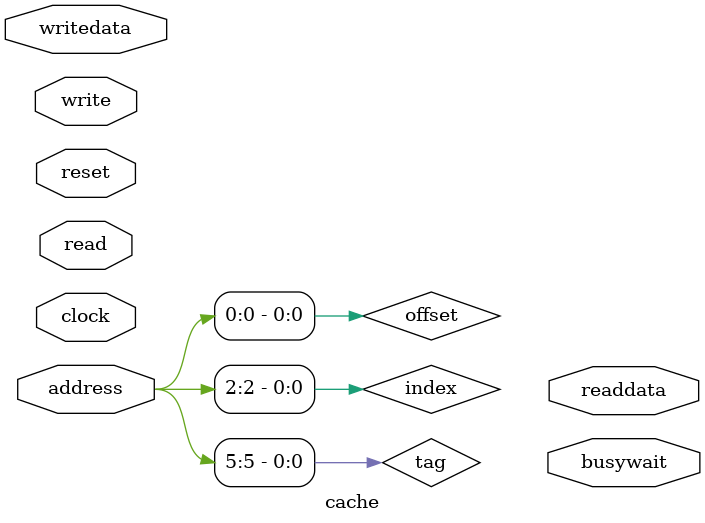
<source format=v>
module cache(
	clock,
    reset,
    read,
    write,
    address,
    writedata,
    readdata,
    busywait
);

input				clock;
input           	reset;
input           	read;
input           	write;
input[7:0]      	address;
input[31:0]     	writedata;
output reg [31:0]	readdata;
output reg      	busywait;

wire tag;
wire index;
wire offset;

assign tag = address[7:5];
assign index = address[4:2];
assign offset = address[1:0];

endmodule
</source>
